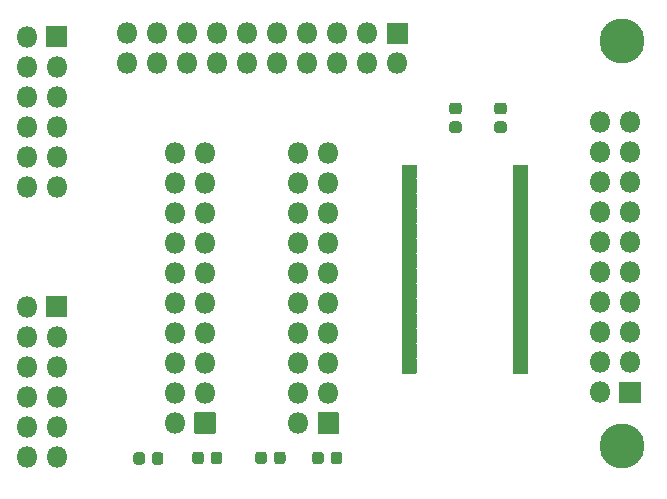
<source format=gbr>
G04 #@! TF.GenerationSoftware,KiCad,Pcbnew,5.1.10*
G04 #@! TF.CreationDate,2021-11-30T15:42:49+01:00*
G04 #@! TF.ProjectId,JTAGMux_1.0,4a544147-4d75-4785-9f31-2e302e6b6963,v1.0.1*
G04 #@! TF.SameCoordinates,Original*
G04 #@! TF.FileFunction,Soldermask,Top*
G04 #@! TF.FilePolarity,Negative*
%FSLAX46Y46*%
G04 Gerber Fmt 4.6, Leading zero omitted, Abs format (unit mm)*
G04 Created by KiCad (PCBNEW 5.1.10) date 2021-11-30 15:42:49*
%MOMM*%
%LPD*%
G01*
G04 APERTURE LIST*
%ADD10O,1.802000X1.802000*%
%ADD11C,3.802000*%
%ADD12C,0.100000*%
G04 APERTURE END LIST*
D10*
X73950000Y-156950000D03*
X76490000Y-156950000D03*
X73950000Y-154410000D03*
X76490000Y-154410000D03*
X73950000Y-151870000D03*
X76490000Y-151870000D03*
X73950000Y-149330000D03*
X76490000Y-149330000D03*
X73950000Y-146790000D03*
X76490000Y-146790000D03*
X73950000Y-144250000D03*
G36*
G01*
X75589000Y-145100000D02*
X75589000Y-143400000D01*
G75*
G02*
X75640000Y-143349000I51000J0D01*
G01*
X77340000Y-143349000D01*
G75*
G02*
X77391000Y-143400000I0J-51000D01*
G01*
X77391000Y-145100000D01*
G75*
G02*
X77340000Y-145151000I-51000J0D01*
G01*
X75640000Y-145151000D01*
G75*
G02*
X75589000Y-145100000I0J51000D01*
G01*
G37*
X73950000Y-134105000D03*
X76490000Y-134105000D03*
X73950000Y-131565000D03*
X76490000Y-131565000D03*
X73950000Y-129025000D03*
X76490000Y-129025000D03*
X73950000Y-126485000D03*
X76490000Y-126485000D03*
X73950000Y-123945000D03*
X76490000Y-123945000D03*
X73950000Y-121405000D03*
G36*
G01*
X75589000Y-122255000D02*
X75589000Y-120555000D01*
G75*
G02*
X75640000Y-120504000I51000J0D01*
G01*
X77340000Y-120504000D01*
G75*
G02*
X77391000Y-120555000I0J-51000D01*
G01*
X77391000Y-122255000D01*
G75*
G02*
X77340000Y-122306000I-51000J0D01*
G01*
X75640000Y-122306000D01*
G75*
G02*
X75589000Y-122255000I0J51000D01*
G01*
G37*
X86510000Y-131240000D03*
X89050000Y-131240000D03*
X86510000Y-133780000D03*
X89050000Y-133780000D03*
X86510000Y-136320000D03*
X89050000Y-136320000D03*
X86510000Y-138860000D03*
X89050000Y-138860000D03*
X86510000Y-141400000D03*
X89050000Y-141400000D03*
X86510000Y-143940000D03*
X89050000Y-143940000D03*
X86510000Y-146480000D03*
X89050000Y-146480000D03*
X86510000Y-149020000D03*
X89050000Y-149020000D03*
X86510000Y-151560000D03*
X89050000Y-151560000D03*
X86510000Y-154100000D03*
G36*
G01*
X89951000Y-153250000D02*
X89951000Y-154950000D01*
G75*
G02*
X89900000Y-155001000I-51000J0D01*
G01*
X88200000Y-155001000D01*
G75*
G02*
X88149000Y-154950000I0J51000D01*
G01*
X88149000Y-153250000D01*
G75*
G02*
X88200000Y-153199000I51000J0D01*
G01*
X89900000Y-153199000D01*
G75*
G02*
X89951000Y-153250000I0J-51000D01*
G01*
G37*
D11*
X124341600Y-121795700D03*
X124341600Y-156047600D03*
G36*
G01*
X99699000Y-157341750D02*
X99699000Y-156778250D01*
G75*
G02*
X99943250Y-156534000I244250J0D01*
G01*
X100431750Y-156534000D01*
G75*
G02*
X100676000Y-156778250I0J-244250D01*
G01*
X100676000Y-157341750D01*
G75*
G02*
X100431750Y-157586000I-244250J0D01*
G01*
X99943250Y-157586000D01*
G75*
G02*
X99699000Y-157341750I0J244250D01*
G01*
G37*
G36*
G01*
X98124000Y-157341750D02*
X98124000Y-156778250D01*
G75*
G02*
X98368250Y-156534000I244250J0D01*
G01*
X98856750Y-156534000D01*
G75*
G02*
X99101000Y-156778250I0J-244250D01*
G01*
X99101000Y-157341750D01*
G75*
G02*
X98856750Y-157586000I-244250J0D01*
G01*
X98368250Y-157586000D01*
G75*
G02*
X98124000Y-157341750I0J244250D01*
G01*
G37*
G36*
G01*
X107001000Y-149472500D02*
X107001000Y-149872500D01*
G75*
G02*
X106950000Y-149923500I-51000J0D01*
G01*
X105750000Y-149923500D01*
G75*
G02*
X105699000Y-149872500I0J51000D01*
G01*
X105699000Y-149472500D01*
G75*
G02*
X105750000Y-149421500I51000J0D01*
G01*
X106950000Y-149421500D01*
G75*
G02*
X107001000Y-149472500I0J-51000D01*
G01*
G37*
G36*
G01*
X107001000Y-148837500D02*
X107001000Y-149237500D01*
G75*
G02*
X106950000Y-149288500I-51000J0D01*
G01*
X105750000Y-149288500D01*
G75*
G02*
X105699000Y-149237500I0J51000D01*
G01*
X105699000Y-148837500D01*
G75*
G02*
X105750000Y-148786500I51000J0D01*
G01*
X106950000Y-148786500D01*
G75*
G02*
X107001000Y-148837500I0J-51000D01*
G01*
G37*
G36*
G01*
X107001000Y-148202500D02*
X107001000Y-148602500D01*
G75*
G02*
X106950000Y-148653500I-51000J0D01*
G01*
X105750000Y-148653500D01*
G75*
G02*
X105699000Y-148602500I0J51000D01*
G01*
X105699000Y-148202500D01*
G75*
G02*
X105750000Y-148151500I51000J0D01*
G01*
X106950000Y-148151500D01*
G75*
G02*
X107001000Y-148202500I0J-51000D01*
G01*
G37*
G36*
G01*
X107001000Y-147567500D02*
X107001000Y-147967500D01*
G75*
G02*
X106950000Y-148018500I-51000J0D01*
G01*
X105750000Y-148018500D01*
G75*
G02*
X105699000Y-147967500I0J51000D01*
G01*
X105699000Y-147567500D01*
G75*
G02*
X105750000Y-147516500I51000J0D01*
G01*
X106950000Y-147516500D01*
G75*
G02*
X107001000Y-147567500I0J-51000D01*
G01*
G37*
G36*
G01*
X107001000Y-146932500D02*
X107001000Y-147332500D01*
G75*
G02*
X106950000Y-147383500I-51000J0D01*
G01*
X105750000Y-147383500D01*
G75*
G02*
X105699000Y-147332500I0J51000D01*
G01*
X105699000Y-146932500D01*
G75*
G02*
X105750000Y-146881500I51000J0D01*
G01*
X106950000Y-146881500D01*
G75*
G02*
X107001000Y-146932500I0J-51000D01*
G01*
G37*
G36*
G01*
X107001000Y-146297500D02*
X107001000Y-146697500D01*
G75*
G02*
X106950000Y-146748500I-51000J0D01*
G01*
X105750000Y-146748500D01*
G75*
G02*
X105699000Y-146697500I0J51000D01*
G01*
X105699000Y-146297500D01*
G75*
G02*
X105750000Y-146246500I51000J0D01*
G01*
X106950000Y-146246500D01*
G75*
G02*
X107001000Y-146297500I0J-51000D01*
G01*
G37*
G36*
G01*
X107001000Y-145662500D02*
X107001000Y-146062500D01*
G75*
G02*
X106950000Y-146113500I-51000J0D01*
G01*
X105750000Y-146113500D01*
G75*
G02*
X105699000Y-146062500I0J51000D01*
G01*
X105699000Y-145662500D01*
G75*
G02*
X105750000Y-145611500I51000J0D01*
G01*
X106950000Y-145611500D01*
G75*
G02*
X107001000Y-145662500I0J-51000D01*
G01*
G37*
G36*
G01*
X107001000Y-145027500D02*
X107001000Y-145427500D01*
G75*
G02*
X106950000Y-145478500I-51000J0D01*
G01*
X105750000Y-145478500D01*
G75*
G02*
X105699000Y-145427500I0J51000D01*
G01*
X105699000Y-145027500D01*
G75*
G02*
X105750000Y-144976500I51000J0D01*
G01*
X106950000Y-144976500D01*
G75*
G02*
X107001000Y-145027500I0J-51000D01*
G01*
G37*
G36*
G01*
X107001000Y-144392500D02*
X107001000Y-144792500D01*
G75*
G02*
X106950000Y-144843500I-51000J0D01*
G01*
X105750000Y-144843500D01*
G75*
G02*
X105699000Y-144792500I0J51000D01*
G01*
X105699000Y-144392500D01*
G75*
G02*
X105750000Y-144341500I51000J0D01*
G01*
X106950000Y-144341500D01*
G75*
G02*
X107001000Y-144392500I0J-51000D01*
G01*
G37*
G36*
G01*
X107001000Y-143757500D02*
X107001000Y-144157500D01*
G75*
G02*
X106950000Y-144208500I-51000J0D01*
G01*
X105750000Y-144208500D01*
G75*
G02*
X105699000Y-144157500I0J51000D01*
G01*
X105699000Y-143757500D01*
G75*
G02*
X105750000Y-143706500I51000J0D01*
G01*
X106950000Y-143706500D01*
G75*
G02*
X107001000Y-143757500I0J-51000D01*
G01*
G37*
G36*
G01*
X107001000Y-143122500D02*
X107001000Y-143522500D01*
G75*
G02*
X106950000Y-143573500I-51000J0D01*
G01*
X105750000Y-143573500D01*
G75*
G02*
X105699000Y-143522500I0J51000D01*
G01*
X105699000Y-143122500D01*
G75*
G02*
X105750000Y-143071500I51000J0D01*
G01*
X106950000Y-143071500D01*
G75*
G02*
X107001000Y-143122500I0J-51000D01*
G01*
G37*
G36*
G01*
X107001000Y-142487500D02*
X107001000Y-142887500D01*
G75*
G02*
X106950000Y-142938500I-51000J0D01*
G01*
X105750000Y-142938500D01*
G75*
G02*
X105699000Y-142887500I0J51000D01*
G01*
X105699000Y-142487500D01*
G75*
G02*
X105750000Y-142436500I51000J0D01*
G01*
X106950000Y-142436500D01*
G75*
G02*
X107001000Y-142487500I0J-51000D01*
G01*
G37*
G36*
G01*
X107001000Y-141852500D02*
X107001000Y-142252500D01*
G75*
G02*
X106950000Y-142303500I-51000J0D01*
G01*
X105750000Y-142303500D01*
G75*
G02*
X105699000Y-142252500I0J51000D01*
G01*
X105699000Y-141852500D01*
G75*
G02*
X105750000Y-141801500I51000J0D01*
G01*
X106950000Y-141801500D01*
G75*
G02*
X107001000Y-141852500I0J-51000D01*
G01*
G37*
G36*
G01*
X107001000Y-141217500D02*
X107001000Y-141617500D01*
G75*
G02*
X106950000Y-141668500I-51000J0D01*
G01*
X105750000Y-141668500D01*
G75*
G02*
X105699000Y-141617500I0J51000D01*
G01*
X105699000Y-141217500D01*
G75*
G02*
X105750000Y-141166500I51000J0D01*
G01*
X106950000Y-141166500D01*
G75*
G02*
X107001000Y-141217500I0J-51000D01*
G01*
G37*
G36*
G01*
X107001000Y-140582500D02*
X107001000Y-140982500D01*
G75*
G02*
X106950000Y-141033500I-51000J0D01*
G01*
X105750000Y-141033500D01*
G75*
G02*
X105699000Y-140982500I0J51000D01*
G01*
X105699000Y-140582500D01*
G75*
G02*
X105750000Y-140531500I51000J0D01*
G01*
X106950000Y-140531500D01*
G75*
G02*
X107001000Y-140582500I0J-51000D01*
G01*
G37*
G36*
G01*
X107001000Y-139947500D02*
X107001000Y-140347500D01*
G75*
G02*
X106950000Y-140398500I-51000J0D01*
G01*
X105750000Y-140398500D01*
G75*
G02*
X105699000Y-140347500I0J51000D01*
G01*
X105699000Y-139947500D01*
G75*
G02*
X105750000Y-139896500I51000J0D01*
G01*
X106950000Y-139896500D01*
G75*
G02*
X107001000Y-139947500I0J-51000D01*
G01*
G37*
G36*
G01*
X107001000Y-139312500D02*
X107001000Y-139712500D01*
G75*
G02*
X106950000Y-139763500I-51000J0D01*
G01*
X105750000Y-139763500D01*
G75*
G02*
X105699000Y-139712500I0J51000D01*
G01*
X105699000Y-139312500D01*
G75*
G02*
X105750000Y-139261500I51000J0D01*
G01*
X106950000Y-139261500D01*
G75*
G02*
X107001000Y-139312500I0J-51000D01*
G01*
G37*
G36*
G01*
X107001000Y-138677500D02*
X107001000Y-139077500D01*
G75*
G02*
X106950000Y-139128500I-51000J0D01*
G01*
X105750000Y-139128500D01*
G75*
G02*
X105699000Y-139077500I0J51000D01*
G01*
X105699000Y-138677500D01*
G75*
G02*
X105750000Y-138626500I51000J0D01*
G01*
X106950000Y-138626500D01*
G75*
G02*
X107001000Y-138677500I0J-51000D01*
G01*
G37*
G36*
G01*
X107001000Y-138042500D02*
X107001000Y-138442500D01*
G75*
G02*
X106950000Y-138493500I-51000J0D01*
G01*
X105750000Y-138493500D01*
G75*
G02*
X105699000Y-138442500I0J51000D01*
G01*
X105699000Y-138042500D01*
G75*
G02*
X105750000Y-137991500I51000J0D01*
G01*
X106950000Y-137991500D01*
G75*
G02*
X107001000Y-138042500I0J-51000D01*
G01*
G37*
G36*
G01*
X107001000Y-137407500D02*
X107001000Y-137807500D01*
G75*
G02*
X106950000Y-137858500I-51000J0D01*
G01*
X105750000Y-137858500D01*
G75*
G02*
X105699000Y-137807500I0J51000D01*
G01*
X105699000Y-137407500D01*
G75*
G02*
X105750000Y-137356500I51000J0D01*
G01*
X106950000Y-137356500D01*
G75*
G02*
X107001000Y-137407500I0J-51000D01*
G01*
G37*
G36*
G01*
X107001000Y-136772500D02*
X107001000Y-137172500D01*
G75*
G02*
X106950000Y-137223500I-51000J0D01*
G01*
X105750000Y-137223500D01*
G75*
G02*
X105699000Y-137172500I0J51000D01*
G01*
X105699000Y-136772500D01*
G75*
G02*
X105750000Y-136721500I51000J0D01*
G01*
X106950000Y-136721500D01*
G75*
G02*
X107001000Y-136772500I0J-51000D01*
G01*
G37*
G36*
G01*
X107001000Y-136137500D02*
X107001000Y-136537500D01*
G75*
G02*
X106950000Y-136588500I-51000J0D01*
G01*
X105750000Y-136588500D01*
G75*
G02*
X105699000Y-136537500I0J51000D01*
G01*
X105699000Y-136137500D01*
G75*
G02*
X105750000Y-136086500I51000J0D01*
G01*
X106950000Y-136086500D01*
G75*
G02*
X107001000Y-136137500I0J-51000D01*
G01*
G37*
G36*
G01*
X107001000Y-135502500D02*
X107001000Y-135902500D01*
G75*
G02*
X106950000Y-135953500I-51000J0D01*
G01*
X105750000Y-135953500D01*
G75*
G02*
X105699000Y-135902500I0J51000D01*
G01*
X105699000Y-135502500D01*
G75*
G02*
X105750000Y-135451500I51000J0D01*
G01*
X106950000Y-135451500D01*
G75*
G02*
X107001000Y-135502500I0J-51000D01*
G01*
G37*
G36*
G01*
X107001000Y-134867500D02*
X107001000Y-135267500D01*
G75*
G02*
X106950000Y-135318500I-51000J0D01*
G01*
X105750000Y-135318500D01*
G75*
G02*
X105699000Y-135267500I0J51000D01*
G01*
X105699000Y-134867500D01*
G75*
G02*
X105750000Y-134816500I51000J0D01*
G01*
X106950000Y-134816500D01*
G75*
G02*
X107001000Y-134867500I0J-51000D01*
G01*
G37*
G36*
G01*
X107001000Y-134232500D02*
X107001000Y-134632500D01*
G75*
G02*
X106950000Y-134683500I-51000J0D01*
G01*
X105750000Y-134683500D01*
G75*
G02*
X105699000Y-134632500I0J51000D01*
G01*
X105699000Y-134232500D01*
G75*
G02*
X105750000Y-134181500I51000J0D01*
G01*
X106950000Y-134181500D01*
G75*
G02*
X107001000Y-134232500I0J-51000D01*
G01*
G37*
G36*
G01*
X107001000Y-133597500D02*
X107001000Y-133997500D01*
G75*
G02*
X106950000Y-134048500I-51000J0D01*
G01*
X105750000Y-134048500D01*
G75*
G02*
X105699000Y-133997500I0J51000D01*
G01*
X105699000Y-133597500D01*
G75*
G02*
X105750000Y-133546500I51000J0D01*
G01*
X106950000Y-133546500D01*
G75*
G02*
X107001000Y-133597500I0J-51000D01*
G01*
G37*
G36*
G01*
X107001000Y-132962500D02*
X107001000Y-133362500D01*
G75*
G02*
X106950000Y-133413500I-51000J0D01*
G01*
X105750000Y-133413500D01*
G75*
G02*
X105699000Y-133362500I0J51000D01*
G01*
X105699000Y-132962500D01*
G75*
G02*
X105750000Y-132911500I51000J0D01*
G01*
X106950000Y-132911500D01*
G75*
G02*
X107001000Y-132962500I0J-51000D01*
G01*
G37*
G36*
G01*
X107001000Y-132327500D02*
X107001000Y-132727500D01*
G75*
G02*
X106950000Y-132778500I-51000J0D01*
G01*
X105750000Y-132778500D01*
G75*
G02*
X105699000Y-132727500I0J51000D01*
G01*
X105699000Y-132327500D01*
G75*
G02*
X105750000Y-132276500I51000J0D01*
G01*
X106950000Y-132276500D01*
G75*
G02*
X107001000Y-132327500I0J-51000D01*
G01*
G37*
G36*
G01*
X116401000Y-132327500D02*
X116401000Y-132727500D01*
G75*
G02*
X116350000Y-132778500I-51000J0D01*
G01*
X115150000Y-132778500D01*
G75*
G02*
X115099000Y-132727500I0J51000D01*
G01*
X115099000Y-132327500D01*
G75*
G02*
X115150000Y-132276500I51000J0D01*
G01*
X116350000Y-132276500D01*
G75*
G02*
X116401000Y-132327500I0J-51000D01*
G01*
G37*
G36*
G01*
X116401000Y-132962500D02*
X116401000Y-133362500D01*
G75*
G02*
X116350000Y-133413500I-51000J0D01*
G01*
X115150000Y-133413500D01*
G75*
G02*
X115099000Y-133362500I0J51000D01*
G01*
X115099000Y-132962500D01*
G75*
G02*
X115150000Y-132911500I51000J0D01*
G01*
X116350000Y-132911500D01*
G75*
G02*
X116401000Y-132962500I0J-51000D01*
G01*
G37*
G36*
G01*
X116401000Y-133597500D02*
X116401000Y-133997500D01*
G75*
G02*
X116350000Y-134048500I-51000J0D01*
G01*
X115150000Y-134048500D01*
G75*
G02*
X115099000Y-133997500I0J51000D01*
G01*
X115099000Y-133597500D01*
G75*
G02*
X115150000Y-133546500I51000J0D01*
G01*
X116350000Y-133546500D01*
G75*
G02*
X116401000Y-133597500I0J-51000D01*
G01*
G37*
G36*
G01*
X116401000Y-134232500D02*
X116401000Y-134632500D01*
G75*
G02*
X116350000Y-134683500I-51000J0D01*
G01*
X115150000Y-134683500D01*
G75*
G02*
X115099000Y-134632500I0J51000D01*
G01*
X115099000Y-134232500D01*
G75*
G02*
X115150000Y-134181500I51000J0D01*
G01*
X116350000Y-134181500D01*
G75*
G02*
X116401000Y-134232500I0J-51000D01*
G01*
G37*
G36*
G01*
X116401000Y-134867500D02*
X116401000Y-135267500D01*
G75*
G02*
X116350000Y-135318500I-51000J0D01*
G01*
X115150000Y-135318500D01*
G75*
G02*
X115099000Y-135267500I0J51000D01*
G01*
X115099000Y-134867500D01*
G75*
G02*
X115150000Y-134816500I51000J0D01*
G01*
X116350000Y-134816500D01*
G75*
G02*
X116401000Y-134867500I0J-51000D01*
G01*
G37*
G36*
G01*
X116401000Y-135502500D02*
X116401000Y-135902500D01*
G75*
G02*
X116350000Y-135953500I-51000J0D01*
G01*
X115150000Y-135953500D01*
G75*
G02*
X115099000Y-135902500I0J51000D01*
G01*
X115099000Y-135502500D01*
G75*
G02*
X115150000Y-135451500I51000J0D01*
G01*
X116350000Y-135451500D01*
G75*
G02*
X116401000Y-135502500I0J-51000D01*
G01*
G37*
G36*
G01*
X116401000Y-136137500D02*
X116401000Y-136537500D01*
G75*
G02*
X116350000Y-136588500I-51000J0D01*
G01*
X115150000Y-136588500D01*
G75*
G02*
X115099000Y-136537500I0J51000D01*
G01*
X115099000Y-136137500D01*
G75*
G02*
X115150000Y-136086500I51000J0D01*
G01*
X116350000Y-136086500D01*
G75*
G02*
X116401000Y-136137500I0J-51000D01*
G01*
G37*
G36*
G01*
X116401000Y-136772500D02*
X116401000Y-137172500D01*
G75*
G02*
X116350000Y-137223500I-51000J0D01*
G01*
X115150000Y-137223500D01*
G75*
G02*
X115099000Y-137172500I0J51000D01*
G01*
X115099000Y-136772500D01*
G75*
G02*
X115150000Y-136721500I51000J0D01*
G01*
X116350000Y-136721500D01*
G75*
G02*
X116401000Y-136772500I0J-51000D01*
G01*
G37*
G36*
G01*
X116401000Y-137407500D02*
X116401000Y-137807500D01*
G75*
G02*
X116350000Y-137858500I-51000J0D01*
G01*
X115150000Y-137858500D01*
G75*
G02*
X115099000Y-137807500I0J51000D01*
G01*
X115099000Y-137407500D01*
G75*
G02*
X115150000Y-137356500I51000J0D01*
G01*
X116350000Y-137356500D01*
G75*
G02*
X116401000Y-137407500I0J-51000D01*
G01*
G37*
G36*
G01*
X116401000Y-138042500D02*
X116401000Y-138442500D01*
G75*
G02*
X116350000Y-138493500I-51000J0D01*
G01*
X115150000Y-138493500D01*
G75*
G02*
X115099000Y-138442500I0J51000D01*
G01*
X115099000Y-138042500D01*
G75*
G02*
X115150000Y-137991500I51000J0D01*
G01*
X116350000Y-137991500D01*
G75*
G02*
X116401000Y-138042500I0J-51000D01*
G01*
G37*
G36*
G01*
X116401000Y-138677500D02*
X116401000Y-139077500D01*
G75*
G02*
X116350000Y-139128500I-51000J0D01*
G01*
X115150000Y-139128500D01*
G75*
G02*
X115099000Y-139077500I0J51000D01*
G01*
X115099000Y-138677500D01*
G75*
G02*
X115150000Y-138626500I51000J0D01*
G01*
X116350000Y-138626500D01*
G75*
G02*
X116401000Y-138677500I0J-51000D01*
G01*
G37*
G36*
G01*
X116401000Y-139312500D02*
X116401000Y-139712500D01*
G75*
G02*
X116350000Y-139763500I-51000J0D01*
G01*
X115150000Y-139763500D01*
G75*
G02*
X115099000Y-139712500I0J51000D01*
G01*
X115099000Y-139312500D01*
G75*
G02*
X115150000Y-139261500I51000J0D01*
G01*
X116350000Y-139261500D01*
G75*
G02*
X116401000Y-139312500I0J-51000D01*
G01*
G37*
G36*
G01*
X116401000Y-139947500D02*
X116401000Y-140347500D01*
G75*
G02*
X116350000Y-140398500I-51000J0D01*
G01*
X115150000Y-140398500D01*
G75*
G02*
X115099000Y-140347500I0J51000D01*
G01*
X115099000Y-139947500D01*
G75*
G02*
X115150000Y-139896500I51000J0D01*
G01*
X116350000Y-139896500D01*
G75*
G02*
X116401000Y-139947500I0J-51000D01*
G01*
G37*
G36*
G01*
X116401000Y-140582500D02*
X116401000Y-140982500D01*
G75*
G02*
X116350000Y-141033500I-51000J0D01*
G01*
X115150000Y-141033500D01*
G75*
G02*
X115099000Y-140982500I0J51000D01*
G01*
X115099000Y-140582500D01*
G75*
G02*
X115150000Y-140531500I51000J0D01*
G01*
X116350000Y-140531500D01*
G75*
G02*
X116401000Y-140582500I0J-51000D01*
G01*
G37*
G36*
G01*
X116401000Y-141217500D02*
X116401000Y-141617500D01*
G75*
G02*
X116350000Y-141668500I-51000J0D01*
G01*
X115150000Y-141668500D01*
G75*
G02*
X115099000Y-141617500I0J51000D01*
G01*
X115099000Y-141217500D01*
G75*
G02*
X115150000Y-141166500I51000J0D01*
G01*
X116350000Y-141166500D01*
G75*
G02*
X116401000Y-141217500I0J-51000D01*
G01*
G37*
G36*
G01*
X116401000Y-141852500D02*
X116401000Y-142252500D01*
G75*
G02*
X116350000Y-142303500I-51000J0D01*
G01*
X115150000Y-142303500D01*
G75*
G02*
X115099000Y-142252500I0J51000D01*
G01*
X115099000Y-141852500D01*
G75*
G02*
X115150000Y-141801500I51000J0D01*
G01*
X116350000Y-141801500D01*
G75*
G02*
X116401000Y-141852500I0J-51000D01*
G01*
G37*
G36*
G01*
X116401000Y-142487500D02*
X116401000Y-142887500D01*
G75*
G02*
X116350000Y-142938500I-51000J0D01*
G01*
X115150000Y-142938500D01*
G75*
G02*
X115099000Y-142887500I0J51000D01*
G01*
X115099000Y-142487500D01*
G75*
G02*
X115150000Y-142436500I51000J0D01*
G01*
X116350000Y-142436500D01*
G75*
G02*
X116401000Y-142487500I0J-51000D01*
G01*
G37*
G36*
G01*
X116401000Y-143122500D02*
X116401000Y-143522500D01*
G75*
G02*
X116350000Y-143573500I-51000J0D01*
G01*
X115150000Y-143573500D01*
G75*
G02*
X115099000Y-143522500I0J51000D01*
G01*
X115099000Y-143122500D01*
G75*
G02*
X115150000Y-143071500I51000J0D01*
G01*
X116350000Y-143071500D01*
G75*
G02*
X116401000Y-143122500I0J-51000D01*
G01*
G37*
G36*
G01*
X116401000Y-143757500D02*
X116401000Y-144157500D01*
G75*
G02*
X116350000Y-144208500I-51000J0D01*
G01*
X115150000Y-144208500D01*
G75*
G02*
X115099000Y-144157500I0J51000D01*
G01*
X115099000Y-143757500D01*
G75*
G02*
X115150000Y-143706500I51000J0D01*
G01*
X116350000Y-143706500D01*
G75*
G02*
X116401000Y-143757500I0J-51000D01*
G01*
G37*
G36*
G01*
X116401000Y-144392500D02*
X116401000Y-144792500D01*
G75*
G02*
X116350000Y-144843500I-51000J0D01*
G01*
X115150000Y-144843500D01*
G75*
G02*
X115099000Y-144792500I0J51000D01*
G01*
X115099000Y-144392500D01*
G75*
G02*
X115150000Y-144341500I51000J0D01*
G01*
X116350000Y-144341500D01*
G75*
G02*
X116401000Y-144392500I0J-51000D01*
G01*
G37*
G36*
G01*
X116401000Y-145027500D02*
X116401000Y-145427500D01*
G75*
G02*
X116350000Y-145478500I-51000J0D01*
G01*
X115150000Y-145478500D01*
G75*
G02*
X115099000Y-145427500I0J51000D01*
G01*
X115099000Y-145027500D01*
G75*
G02*
X115150000Y-144976500I51000J0D01*
G01*
X116350000Y-144976500D01*
G75*
G02*
X116401000Y-145027500I0J-51000D01*
G01*
G37*
G36*
G01*
X116401000Y-145662500D02*
X116401000Y-146062500D01*
G75*
G02*
X116350000Y-146113500I-51000J0D01*
G01*
X115150000Y-146113500D01*
G75*
G02*
X115099000Y-146062500I0J51000D01*
G01*
X115099000Y-145662500D01*
G75*
G02*
X115150000Y-145611500I51000J0D01*
G01*
X116350000Y-145611500D01*
G75*
G02*
X116401000Y-145662500I0J-51000D01*
G01*
G37*
G36*
G01*
X116401000Y-146297500D02*
X116401000Y-146697500D01*
G75*
G02*
X116350000Y-146748500I-51000J0D01*
G01*
X115150000Y-146748500D01*
G75*
G02*
X115099000Y-146697500I0J51000D01*
G01*
X115099000Y-146297500D01*
G75*
G02*
X115150000Y-146246500I51000J0D01*
G01*
X116350000Y-146246500D01*
G75*
G02*
X116401000Y-146297500I0J-51000D01*
G01*
G37*
G36*
G01*
X116401000Y-146932500D02*
X116401000Y-147332500D01*
G75*
G02*
X116350000Y-147383500I-51000J0D01*
G01*
X115150000Y-147383500D01*
G75*
G02*
X115099000Y-147332500I0J51000D01*
G01*
X115099000Y-146932500D01*
G75*
G02*
X115150000Y-146881500I51000J0D01*
G01*
X116350000Y-146881500D01*
G75*
G02*
X116401000Y-146932500I0J-51000D01*
G01*
G37*
G36*
G01*
X116401000Y-147567500D02*
X116401000Y-147967500D01*
G75*
G02*
X116350000Y-148018500I-51000J0D01*
G01*
X115150000Y-148018500D01*
G75*
G02*
X115099000Y-147967500I0J51000D01*
G01*
X115099000Y-147567500D01*
G75*
G02*
X115150000Y-147516500I51000J0D01*
G01*
X116350000Y-147516500D01*
G75*
G02*
X116401000Y-147567500I0J-51000D01*
G01*
G37*
G36*
G01*
X116401000Y-148202500D02*
X116401000Y-148602500D01*
G75*
G02*
X116350000Y-148653500I-51000J0D01*
G01*
X115150000Y-148653500D01*
G75*
G02*
X115099000Y-148602500I0J51000D01*
G01*
X115099000Y-148202500D01*
G75*
G02*
X115150000Y-148151500I51000J0D01*
G01*
X116350000Y-148151500D01*
G75*
G02*
X116401000Y-148202500I0J-51000D01*
G01*
G37*
G36*
G01*
X116401000Y-148837500D02*
X116401000Y-149237500D01*
G75*
G02*
X116350000Y-149288500I-51000J0D01*
G01*
X115150000Y-149288500D01*
G75*
G02*
X115099000Y-149237500I0J51000D01*
G01*
X115099000Y-148837500D01*
G75*
G02*
X115150000Y-148786500I51000J0D01*
G01*
X116350000Y-148786500D01*
G75*
G02*
X116401000Y-148837500I0J-51000D01*
G01*
G37*
G36*
G01*
X116401000Y-149472500D02*
X116401000Y-149872500D01*
G75*
G02*
X116350000Y-149923500I-51000J0D01*
G01*
X115150000Y-149923500D01*
G75*
G02*
X115099000Y-149872500I0J51000D01*
G01*
X115099000Y-149472500D01*
G75*
G02*
X115150000Y-149421500I51000J0D01*
G01*
X116350000Y-149421500D01*
G75*
G02*
X116401000Y-149472500I0J-51000D01*
G01*
G37*
G36*
G01*
X94301000Y-156768250D02*
X94301000Y-157331750D01*
G75*
G02*
X94056750Y-157576000I-244250J0D01*
G01*
X93568250Y-157576000D01*
G75*
G02*
X93324000Y-157331750I0J244250D01*
G01*
X93324000Y-156768250D01*
G75*
G02*
X93568250Y-156524000I244250J0D01*
G01*
X94056750Y-156524000D01*
G75*
G02*
X94301000Y-156768250I0J-244250D01*
G01*
G37*
G36*
G01*
X95876000Y-156768250D02*
X95876000Y-157331750D01*
G75*
G02*
X95631750Y-157576000I-244250J0D01*
G01*
X95143250Y-157576000D01*
G75*
G02*
X94899000Y-157331750I0J244250D01*
G01*
X94899000Y-156768250D01*
G75*
G02*
X95143250Y-156524000I244250J0D01*
G01*
X95631750Y-156524000D01*
G75*
G02*
X95876000Y-156768250I0J-244250D01*
G01*
G37*
G36*
G01*
X83963500Y-156818250D02*
X83963500Y-157381750D01*
G75*
G02*
X83719250Y-157626000I-244250J0D01*
G01*
X83230750Y-157626000D01*
G75*
G02*
X82986500Y-157381750I0J244250D01*
G01*
X82986500Y-156818250D01*
G75*
G02*
X83230750Y-156574000I244250J0D01*
G01*
X83719250Y-156574000D01*
G75*
G02*
X83963500Y-156818250I0J-244250D01*
G01*
G37*
G36*
G01*
X85538500Y-156818250D02*
X85538500Y-157381750D01*
G75*
G02*
X85294250Y-157626000I-244250J0D01*
G01*
X84805750Y-157626000D01*
G75*
G02*
X84561500Y-157381750I0J244250D01*
G01*
X84561500Y-156818250D01*
G75*
G02*
X84805750Y-156574000I244250J0D01*
G01*
X85294250Y-156574000D01*
G75*
G02*
X85538500Y-156818250I0J-244250D01*
G01*
G37*
D10*
X122510000Y-128650000D03*
X125050000Y-128650000D03*
X122510000Y-131190000D03*
X125050000Y-131190000D03*
X122510000Y-133730000D03*
X125050000Y-133730000D03*
X122510000Y-136270000D03*
X125050000Y-136270000D03*
X122510000Y-138810000D03*
X125050000Y-138810000D03*
X122510000Y-141350000D03*
X125050000Y-141350000D03*
X122510000Y-143890000D03*
X125050000Y-143890000D03*
X122510000Y-146430000D03*
X125050000Y-146430000D03*
X122510000Y-148970000D03*
X125050000Y-148970000D03*
X122510000Y-151510000D03*
G36*
G01*
X125951000Y-150660000D02*
X125951000Y-152360000D01*
G75*
G02*
X125900000Y-152411000I-51000J0D01*
G01*
X124200000Y-152411000D01*
G75*
G02*
X124149000Y-152360000I0J51000D01*
G01*
X124149000Y-150660000D01*
G75*
G02*
X124200000Y-150609000I51000J0D01*
G01*
X125900000Y-150609000D01*
G75*
G02*
X125951000Y-150660000I0J-51000D01*
G01*
G37*
X96960000Y-131240000D03*
X99500000Y-131240000D03*
X96960000Y-133780000D03*
X99500000Y-133780000D03*
X96960000Y-136320000D03*
X99500000Y-136320000D03*
X96960000Y-138860000D03*
X99500000Y-138860000D03*
X96960000Y-141400000D03*
X99500000Y-141400000D03*
X96960000Y-143940000D03*
X99500000Y-143940000D03*
X96960000Y-146480000D03*
X99500000Y-146480000D03*
X96960000Y-149020000D03*
X99500000Y-149020000D03*
X96960000Y-151560000D03*
X99500000Y-151560000D03*
X96960000Y-154100000D03*
G36*
G01*
X100401000Y-153250000D02*
X100401000Y-154950000D01*
G75*
G02*
X100350000Y-155001000I-51000J0D01*
G01*
X98650000Y-155001000D01*
G75*
G02*
X98599000Y-154950000I0J51000D01*
G01*
X98599000Y-153250000D01*
G75*
G02*
X98650000Y-153199000I51000J0D01*
G01*
X100350000Y-153199000D01*
G75*
G02*
X100401000Y-153250000I0J-51000D01*
G01*
G37*
X82490000Y-123640000D03*
X82490000Y-121100000D03*
X85030000Y-123640000D03*
X85030000Y-121100000D03*
X87570000Y-123640000D03*
X87570000Y-121100000D03*
X90110000Y-123640000D03*
X90110000Y-121100000D03*
X92650000Y-123640000D03*
X92650000Y-121100000D03*
X95190000Y-123640000D03*
X95190000Y-121100000D03*
X97730000Y-123640000D03*
X97730000Y-121100000D03*
X100270000Y-123640000D03*
X100270000Y-121100000D03*
X102810000Y-123640000D03*
X102810000Y-121100000D03*
X105350000Y-123640000D03*
G36*
G01*
X104500000Y-120199000D02*
X106200000Y-120199000D01*
G75*
G02*
X106251000Y-120250000I0J-51000D01*
G01*
X106251000Y-121950000D01*
G75*
G02*
X106200000Y-122001000I-51000J0D01*
G01*
X104500000Y-122001000D01*
G75*
G02*
X104449000Y-121950000I0J51000D01*
G01*
X104449000Y-120250000D01*
G75*
G02*
X104500000Y-120199000I51000J0D01*
G01*
G37*
G36*
G01*
X89561500Y-157341750D02*
X89561500Y-156778250D01*
G75*
G02*
X89805750Y-156534000I244250J0D01*
G01*
X90294250Y-156534000D01*
G75*
G02*
X90538500Y-156778250I0J-244250D01*
G01*
X90538500Y-157341750D01*
G75*
G02*
X90294250Y-157586000I-244250J0D01*
G01*
X89805750Y-157586000D01*
G75*
G02*
X89561500Y-157341750I0J244250D01*
G01*
G37*
G36*
G01*
X87986500Y-157341750D02*
X87986500Y-156778250D01*
G75*
G02*
X88230750Y-156534000I244250J0D01*
G01*
X88719250Y-156534000D01*
G75*
G02*
X88963500Y-156778250I0J-244250D01*
G01*
X88963500Y-157341750D01*
G75*
G02*
X88719250Y-157586000I-244250J0D01*
G01*
X88230750Y-157586000D01*
G75*
G02*
X87986500Y-157341750I0J244250D01*
G01*
G37*
G36*
G01*
X114361750Y-127961000D02*
X113798250Y-127961000D01*
G75*
G02*
X113554000Y-127716750I0J244250D01*
G01*
X113554000Y-127228250D01*
G75*
G02*
X113798250Y-126984000I244250J0D01*
G01*
X114361750Y-126984000D01*
G75*
G02*
X114606000Y-127228250I0J-244250D01*
G01*
X114606000Y-127716750D01*
G75*
G02*
X114361750Y-127961000I-244250J0D01*
G01*
G37*
G36*
G01*
X114361750Y-129536000D02*
X113798250Y-129536000D01*
G75*
G02*
X113554000Y-129291750I0J244250D01*
G01*
X113554000Y-128803250D01*
G75*
G02*
X113798250Y-128559000I244250J0D01*
G01*
X114361750Y-128559000D01*
G75*
G02*
X114606000Y-128803250I0J-244250D01*
G01*
X114606000Y-129291750D01*
G75*
G02*
X114361750Y-129536000I-244250J0D01*
G01*
G37*
G36*
G01*
X110551750Y-127961000D02*
X109988250Y-127961000D01*
G75*
G02*
X109744000Y-127716750I0J244250D01*
G01*
X109744000Y-127228250D01*
G75*
G02*
X109988250Y-126984000I244250J0D01*
G01*
X110551750Y-126984000D01*
G75*
G02*
X110796000Y-127228250I0J-244250D01*
G01*
X110796000Y-127716750D01*
G75*
G02*
X110551750Y-127961000I-244250J0D01*
G01*
G37*
G36*
G01*
X110551750Y-129536000D02*
X109988250Y-129536000D01*
G75*
G02*
X109744000Y-129291750I0J244250D01*
G01*
X109744000Y-128803250D01*
G75*
G02*
X109988250Y-128559000I244250J0D01*
G01*
X110551750Y-128559000D01*
G75*
G02*
X110796000Y-128803250I0J-244250D01*
G01*
X110796000Y-129291750D01*
G75*
G02*
X110551750Y-129536000I-244250J0D01*
G01*
G37*
D12*
G36*
X107002732Y-149287500D02*
G01*
X107003000Y-149288500D01*
X107003000Y-149421500D01*
X107002000Y-149423232D01*
X107001000Y-149423500D01*
X105699000Y-149423500D01*
X105697268Y-149422500D01*
X105697000Y-149421500D01*
X105697000Y-149288500D01*
X105698000Y-149286768D01*
X105699000Y-149286500D01*
X107001000Y-149286500D01*
X107002732Y-149287500D01*
G37*
G36*
X116402732Y-149287500D02*
G01*
X116403000Y-149288500D01*
X116403000Y-149421500D01*
X116402000Y-149423232D01*
X116401000Y-149423500D01*
X115099000Y-149423500D01*
X115097268Y-149422500D01*
X115097000Y-149421500D01*
X115097000Y-149288500D01*
X115098000Y-149286768D01*
X115099000Y-149286500D01*
X116401000Y-149286500D01*
X116402732Y-149287500D01*
G37*
G36*
X116402732Y-148652500D02*
G01*
X116403000Y-148653500D01*
X116403000Y-148786500D01*
X116402000Y-148788232D01*
X116401000Y-148788500D01*
X115099000Y-148788500D01*
X115097268Y-148787500D01*
X115097000Y-148786500D01*
X115097000Y-148653500D01*
X115098000Y-148651768D01*
X115099000Y-148651500D01*
X116401000Y-148651500D01*
X116402732Y-148652500D01*
G37*
G36*
X107002732Y-148652500D02*
G01*
X107003000Y-148653500D01*
X107003000Y-148786500D01*
X107002000Y-148788232D01*
X107001000Y-148788500D01*
X105699000Y-148788500D01*
X105697268Y-148787500D01*
X105697000Y-148786500D01*
X105697000Y-148653500D01*
X105698000Y-148651768D01*
X105699000Y-148651500D01*
X107001000Y-148651500D01*
X107002732Y-148652500D01*
G37*
G36*
X116402732Y-148017500D02*
G01*
X116403000Y-148018500D01*
X116403000Y-148151500D01*
X116402000Y-148153232D01*
X116401000Y-148153500D01*
X115099000Y-148153500D01*
X115097268Y-148152500D01*
X115097000Y-148151500D01*
X115097000Y-148018500D01*
X115098000Y-148016768D01*
X115099000Y-148016500D01*
X116401000Y-148016500D01*
X116402732Y-148017500D01*
G37*
G36*
X107002732Y-148017500D02*
G01*
X107003000Y-148018500D01*
X107003000Y-148151500D01*
X107002000Y-148153232D01*
X107001000Y-148153500D01*
X105699000Y-148153500D01*
X105697268Y-148152500D01*
X105697000Y-148151500D01*
X105697000Y-148018500D01*
X105698000Y-148016768D01*
X105699000Y-148016500D01*
X107001000Y-148016500D01*
X107002732Y-148017500D01*
G37*
G36*
X116402732Y-147382500D02*
G01*
X116403000Y-147383500D01*
X116403000Y-147516500D01*
X116402000Y-147518232D01*
X116401000Y-147518500D01*
X115099000Y-147518500D01*
X115097268Y-147517500D01*
X115097000Y-147516500D01*
X115097000Y-147383500D01*
X115098000Y-147381768D01*
X115099000Y-147381500D01*
X116401000Y-147381500D01*
X116402732Y-147382500D01*
G37*
G36*
X107002732Y-147382500D02*
G01*
X107003000Y-147383500D01*
X107003000Y-147516500D01*
X107002000Y-147518232D01*
X107001000Y-147518500D01*
X105699000Y-147518500D01*
X105697268Y-147517500D01*
X105697000Y-147516500D01*
X105697000Y-147383500D01*
X105698000Y-147381768D01*
X105699000Y-147381500D01*
X107001000Y-147381500D01*
X107002732Y-147382500D01*
G37*
G36*
X116402732Y-146747500D02*
G01*
X116403000Y-146748500D01*
X116403000Y-146881500D01*
X116402000Y-146883232D01*
X116401000Y-146883500D01*
X115099000Y-146883500D01*
X115097268Y-146882500D01*
X115097000Y-146881500D01*
X115097000Y-146748500D01*
X115098000Y-146746768D01*
X115099000Y-146746500D01*
X116401000Y-146746500D01*
X116402732Y-146747500D01*
G37*
G36*
X107002732Y-146747500D02*
G01*
X107003000Y-146748500D01*
X107003000Y-146881500D01*
X107002000Y-146883232D01*
X107001000Y-146883500D01*
X105699000Y-146883500D01*
X105697268Y-146882500D01*
X105697000Y-146881500D01*
X105697000Y-146748500D01*
X105698000Y-146746768D01*
X105699000Y-146746500D01*
X107001000Y-146746500D01*
X107002732Y-146747500D01*
G37*
G36*
X116402732Y-146112500D02*
G01*
X116403000Y-146113500D01*
X116403000Y-146246500D01*
X116402000Y-146248232D01*
X116401000Y-146248500D01*
X115099000Y-146248500D01*
X115097268Y-146247500D01*
X115097000Y-146246500D01*
X115097000Y-146113500D01*
X115098000Y-146111768D01*
X115099000Y-146111500D01*
X116401000Y-146111500D01*
X116402732Y-146112500D01*
G37*
G36*
X107002732Y-146112500D02*
G01*
X107003000Y-146113500D01*
X107003000Y-146246500D01*
X107002000Y-146248232D01*
X107001000Y-146248500D01*
X105699000Y-146248500D01*
X105697268Y-146247500D01*
X105697000Y-146246500D01*
X105697000Y-146113500D01*
X105698000Y-146111768D01*
X105699000Y-146111500D01*
X107001000Y-146111500D01*
X107002732Y-146112500D01*
G37*
G36*
X116402732Y-145477500D02*
G01*
X116403000Y-145478500D01*
X116403000Y-145611500D01*
X116402000Y-145613232D01*
X116401000Y-145613500D01*
X115099000Y-145613500D01*
X115097268Y-145612500D01*
X115097000Y-145611500D01*
X115097000Y-145478500D01*
X115098000Y-145476768D01*
X115099000Y-145476500D01*
X116401000Y-145476500D01*
X116402732Y-145477500D01*
G37*
G36*
X107002732Y-145477500D02*
G01*
X107003000Y-145478500D01*
X107003000Y-145611500D01*
X107002000Y-145613232D01*
X107001000Y-145613500D01*
X105699000Y-145613500D01*
X105697268Y-145612500D01*
X105697000Y-145611500D01*
X105697000Y-145478500D01*
X105698000Y-145476768D01*
X105699000Y-145476500D01*
X107001000Y-145476500D01*
X107002732Y-145477500D01*
G37*
G36*
X107002732Y-144842500D02*
G01*
X107003000Y-144843500D01*
X107003000Y-144976500D01*
X107002000Y-144978232D01*
X107001000Y-144978500D01*
X105699000Y-144978500D01*
X105697268Y-144977500D01*
X105697000Y-144976500D01*
X105697000Y-144843500D01*
X105698000Y-144841768D01*
X105699000Y-144841500D01*
X107001000Y-144841500D01*
X107002732Y-144842500D01*
G37*
G36*
X116402732Y-144842500D02*
G01*
X116403000Y-144843500D01*
X116403000Y-144976500D01*
X116402000Y-144978232D01*
X116401000Y-144978500D01*
X115099000Y-144978500D01*
X115097268Y-144977500D01*
X115097000Y-144976500D01*
X115097000Y-144843500D01*
X115098000Y-144841768D01*
X115099000Y-144841500D01*
X116401000Y-144841500D01*
X116402732Y-144842500D01*
G37*
G36*
X107002732Y-144207500D02*
G01*
X107003000Y-144208500D01*
X107003000Y-144341500D01*
X107002000Y-144343232D01*
X107001000Y-144343500D01*
X105699000Y-144343500D01*
X105697268Y-144342500D01*
X105697000Y-144341500D01*
X105697000Y-144208500D01*
X105698000Y-144206768D01*
X105699000Y-144206500D01*
X107001000Y-144206500D01*
X107002732Y-144207500D01*
G37*
G36*
X116402732Y-144207500D02*
G01*
X116403000Y-144208500D01*
X116403000Y-144341500D01*
X116402000Y-144343232D01*
X116401000Y-144343500D01*
X115099000Y-144343500D01*
X115097268Y-144342500D01*
X115097000Y-144341500D01*
X115097000Y-144208500D01*
X115098000Y-144206768D01*
X115099000Y-144206500D01*
X116401000Y-144206500D01*
X116402732Y-144207500D01*
G37*
G36*
X116402732Y-143572500D02*
G01*
X116403000Y-143573500D01*
X116403000Y-143706500D01*
X116402000Y-143708232D01*
X116401000Y-143708500D01*
X115099000Y-143708500D01*
X115097268Y-143707500D01*
X115097000Y-143706500D01*
X115097000Y-143573500D01*
X115098000Y-143571768D01*
X115099000Y-143571500D01*
X116401000Y-143571500D01*
X116402732Y-143572500D01*
G37*
G36*
X107002732Y-143572500D02*
G01*
X107003000Y-143573500D01*
X107003000Y-143706500D01*
X107002000Y-143708232D01*
X107001000Y-143708500D01*
X105699000Y-143708500D01*
X105697268Y-143707500D01*
X105697000Y-143706500D01*
X105697000Y-143573500D01*
X105698000Y-143571768D01*
X105699000Y-143571500D01*
X107001000Y-143571500D01*
X107002732Y-143572500D01*
G37*
G36*
X107002732Y-142937500D02*
G01*
X107003000Y-142938500D01*
X107003000Y-143071500D01*
X107002000Y-143073232D01*
X107001000Y-143073500D01*
X105699000Y-143073500D01*
X105697268Y-143072500D01*
X105697000Y-143071500D01*
X105697000Y-142938500D01*
X105698000Y-142936768D01*
X105699000Y-142936500D01*
X107001000Y-142936500D01*
X107002732Y-142937500D01*
G37*
G36*
X116402732Y-142937500D02*
G01*
X116403000Y-142938500D01*
X116403000Y-143071500D01*
X116402000Y-143073232D01*
X116401000Y-143073500D01*
X115099000Y-143073500D01*
X115097268Y-143072500D01*
X115097000Y-143071500D01*
X115097000Y-142938500D01*
X115098000Y-142936768D01*
X115099000Y-142936500D01*
X116401000Y-142936500D01*
X116402732Y-142937500D01*
G37*
G36*
X107002732Y-142302500D02*
G01*
X107003000Y-142303500D01*
X107003000Y-142436500D01*
X107002000Y-142438232D01*
X107001000Y-142438500D01*
X105699000Y-142438500D01*
X105697268Y-142437500D01*
X105697000Y-142436500D01*
X105697000Y-142303500D01*
X105698000Y-142301768D01*
X105699000Y-142301500D01*
X107001000Y-142301500D01*
X107002732Y-142302500D01*
G37*
G36*
X116402732Y-142302500D02*
G01*
X116403000Y-142303500D01*
X116403000Y-142436500D01*
X116402000Y-142438232D01*
X116401000Y-142438500D01*
X115099000Y-142438500D01*
X115097268Y-142437500D01*
X115097000Y-142436500D01*
X115097000Y-142303500D01*
X115098000Y-142301768D01*
X115099000Y-142301500D01*
X116401000Y-142301500D01*
X116402732Y-142302500D01*
G37*
G36*
X116402732Y-141667500D02*
G01*
X116403000Y-141668500D01*
X116403000Y-141801500D01*
X116402000Y-141803232D01*
X116401000Y-141803500D01*
X115099000Y-141803500D01*
X115097268Y-141802500D01*
X115097000Y-141801500D01*
X115097000Y-141668500D01*
X115098000Y-141666768D01*
X115099000Y-141666500D01*
X116401000Y-141666500D01*
X116402732Y-141667500D01*
G37*
G36*
X107002732Y-141667500D02*
G01*
X107003000Y-141668500D01*
X107003000Y-141801500D01*
X107002000Y-141803232D01*
X107001000Y-141803500D01*
X105699000Y-141803500D01*
X105697268Y-141802500D01*
X105697000Y-141801500D01*
X105697000Y-141668500D01*
X105698000Y-141666768D01*
X105699000Y-141666500D01*
X107001000Y-141666500D01*
X107002732Y-141667500D01*
G37*
G36*
X116402732Y-141032500D02*
G01*
X116403000Y-141033500D01*
X116403000Y-141166500D01*
X116402000Y-141168232D01*
X116401000Y-141168500D01*
X115099000Y-141168500D01*
X115097268Y-141167500D01*
X115097000Y-141166500D01*
X115097000Y-141033500D01*
X115098000Y-141031768D01*
X115099000Y-141031500D01*
X116401000Y-141031500D01*
X116402732Y-141032500D01*
G37*
G36*
X107002732Y-141032500D02*
G01*
X107003000Y-141033500D01*
X107003000Y-141166500D01*
X107002000Y-141168232D01*
X107001000Y-141168500D01*
X105699000Y-141168500D01*
X105697268Y-141167500D01*
X105697000Y-141166500D01*
X105697000Y-141033500D01*
X105698000Y-141031768D01*
X105699000Y-141031500D01*
X107001000Y-141031500D01*
X107002732Y-141032500D01*
G37*
G36*
X107002732Y-140397500D02*
G01*
X107003000Y-140398500D01*
X107003000Y-140531500D01*
X107002000Y-140533232D01*
X107001000Y-140533500D01*
X105699000Y-140533500D01*
X105697268Y-140532500D01*
X105697000Y-140531500D01*
X105697000Y-140398500D01*
X105698000Y-140396768D01*
X105699000Y-140396500D01*
X107001000Y-140396500D01*
X107002732Y-140397500D01*
G37*
G36*
X116402732Y-140397500D02*
G01*
X116403000Y-140398500D01*
X116403000Y-140531500D01*
X116402000Y-140533232D01*
X116401000Y-140533500D01*
X115099000Y-140533500D01*
X115097268Y-140532500D01*
X115097000Y-140531500D01*
X115097000Y-140398500D01*
X115098000Y-140396768D01*
X115099000Y-140396500D01*
X116401000Y-140396500D01*
X116402732Y-140397500D01*
G37*
G36*
X107002732Y-139762500D02*
G01*
X107003000Y-139763500D01*
X107003000Y-139896500D01*
X107002000Y-139898232D01*
X107001000Y-139898500D01*
X105699000Y-139898500D01*
X105697268Y-139897500D01*
X105697000Y-139896500D01*
X105697000Y-139763500D01*
X105698000Y-139761768D01*
X105699000Y-139761500D01*
X107001000Y-139761500D01*
X107002732Y-139762500D01*
G37*
G36*
X116402732Y-139762500D02*
G01*
X116403000Y-139763500D01*
X116403000Y-139896500D01*
X116402000Y-139898232D01*
X116401000Y-139898500D01*
X115099000Y-139898500D01*
X115097268Y-139897500D01*
X115097000Y-139896500D01*
X115097000Y-139763500D01*
X115098000Y-139761768D01*
X115099000Y-139761500D01*
X116401000Y-139761500D01*
X116402732Y-139762500D01*
G37*
G36*
X107002732Y-139127500D02*
G01*
X107003000Y-139128500D01*
X107003000Y-139261500D01*
X107002000Y-139263232D01*
X107001000Y-139263500D01*
X105699000Y-139263500D01*
X105697268Y-139262500D01*
X105697000Y-139261500D01*
X105697000Y-139128500D01*
X105698000Y-139126768D01*
X105699000Y-139126500D01*
X107001000Y-139126500D01*
X107002732Y-139127500D01*
G37*
G36*
X116402732Y-139127500D02*
G01*
X116403000Y-139128500D01*
X116403000Y-139261500D01*
X116402000Y-139263232D01*
X116401000Y-139263500D01*
X115099000Y-139263500D01*
X115097268Y-139262500D01*
X115097000Y-139261500D01*
X115097000Y-139128500D01*
X115098000Y-139126768D01*
X115099000Y-139126500D01*
X116401000Y-139126500D01*
X116402732Y-139127500D01*
G37*
G36*
X116402732Y-138492500D02*
G01*
X116403000Y-138493500D01*
X116403000Y-138626500D01*
X116402000Y-138628232D01*
X116401000Y-138628500D01*
X115099000Y-138628500D01*
X115097268Y-138627500D01*
X115097000Y-138626500D01*
X115097000Y-138493500D01*
X115098000Y-138491768D01*
X115099000Y-138491500D01*
X116401000Y-138491500D01*
X116402732Y-138492500D01*
G37*
G36*
X107002732Y-138492500D02*
G01*
X107003000Y-138493500D01*
X107003000Y-138626500D01*
X107002000Y-138628232D01*
X107001000Y-138628500D01*
X105699000Y-138628500D01*
X105697268Y-138627500D01*
X105697000Y-138626500D01*
X105697000Y-138493500D01*
X105698000Y-138491768D01*
X105699000Y-138491500D01*
X107001000Y-138491500D01*
X107002732Y-138492500D01*
G37*
G36*
X116402732Y-137857500D02*
G01*
X116403000Y-137858500D01*
X116403000Y-137991500D01*
X116402000Y-137993232D01*
X116401000Y-137993500D01*
X115099000Y-137993500D01*
X115097268Y-137992500D01*
X115097000Y-137991500D01*
X115097000Y-137858500D01*
X115098000Y-137856768D01*
X115099000Y-137856500D01*
X116401000Y-137856500D01*
X116402732Y-137857500D01*
G37*
G36*
X107002732Y-137857500D02*
G01*
X107003000Y-137858500D01*
X107003000Y-137991500D01*
X107002000Y-137993232D01*
X107001000Y-137993500D01*
X105699000Y-137993500D01*
X105697268Y-137992500D01*
X105697000Y-137991500D01*
X105697000Y-137858500D01*
X105698000Y-137856768D01*
X105699000Y-137856500D01*
X107001000Y-137856500D01*
X107002732Y-137857500D01*
G37*
G36*
X116402732Y-137222500D02*
G01*
X116403000Y-137223500D01*
X116403000Y-137356500D01*
X116402000Y-137358232D01*
X116401000Y-137358500D01*
X115099000Y-137358500D01*
X115097268Y-137357500D01*
X115097000Y-137356500D01*
X115097000Y-137223500D01*
X115098000Y-137221768D01*
X115099000Y-137221500D01*
X116401000Y-137221500D01*
X116402732Y-137222500D01*
G37*
G36*
X107002732Y-137222500D02*
G01*
X107003000Y-137223500D01*
X107003000Y-137356500D01*
X107002000Y-137358232D01*
X107001000Y-137358500D01*
X105699000Y-137358500D01*
X105697268Y-137357500D01*
X105697000Y-137356500D01*
X105697000Y-137223500D01*
X105698000Y-137221768D01*
X105699000Y-137221500D01*
X107001000Y-137221500D01*
X107002732Y-137222500D01*
G37*
G36*
X107002732Y-136587500D02*
G01*
X107003000Y-136588500D01*
X107003000Y-136721500D01*
X107002000Y-136723232D01*
X107001000Y-136723500D01*
X105699000Y-136723500D01*
X105697268Y-136722500D01*
X105697000Y-136721500D01*
X105697000Y-136588500D01*
X105698000Y-136586768D01*
X105699000Y-136586500D01*
X107001000Y-136586500D01*
X107002732Y-136587500D01*
G37*
G36*
X116402732Y-136587500D02*
G01*
X116403000Y-136588500D01*
X116403000Y-136721500D01*
X116402000Y-136723232D01*
X116401000Y-136723500D01*
X115099000Y-136723500D01*
X115097268Y-136722500D01*
X115097000Y-136721500D01*
X115097000Y-136588500D01*
X115098000Y-136586768D01*
X115099000Y-136586500D01*
X116401000Y-136586500D01*
X116402732Y-136587500D01*
G37*
G36*
X116402732Y-135952500D02*
G01*
X116403000Y-135953500D01*
X116403000Y-136086500D01*
X116402000Y-136088232D01*
X116401000Y-136088500D01*
X115099000Y-136088500D01*
X115097268Y-136087500D01*
X115097000Y-136086500D01*
X115097000Y-135953500D01*
X115098000Y-135951768D01*
X115099000Y-135951500D01*
X116401000Y-135951500D01*
X116402732Y-135952500D01*
G37*
G36*
X107002732Y-135952500D02*
G01*
X107003000Y-135953500D01*
X107003000Y-136086500D01*
X107002000Y-136088232D01*
X107001000Y-136088500D01*
X105699000Y-136088500D01*
X105697268Y-136087500D01*
X105697000Y-136086500D01*
X105697000Y-135953500D01*
X105698000Y-135951768D01*
X105699000Y-135951500D01*
X107001000Y-135951500D01*
X107002732Y-135952500D01*
G37*
G36*
X107002732Y-135317500D02*
G01*
X107003000Y-135318500D01*
X107003000Y-135451500D01*
X107002000Y-135453232D01*
X107001000Y-135453500D01*
X105699000Y-135453500D01*
X105697268Y-135452500D01*
X105697000Y-135451500D01*
X105697000Y-135318500D01*
X105698000Y-135316768D01*
X105699000Y-135316500D01*
X107001000Y-135316500D01*
X107002732Y-135317500D01*
G37*
G36*
X116402732Y-135317500D02*
G01*
X116403000Y-135318500D01*
X116403000Y-135451500D01*
X116402000Y-135453232D01*
X116401000Y-135453500D01*
X115099000Y-135453500D01*
X115097268Y-135452500D01*
X115097000Y-135451500D01*
X115097000Y-135318500D01*
X115098000Y-135316768D01*
X115099000Y-135316500D01*
X116401000Y-135316500D01*
X116402732Y-135317500D01*
G37*
G36*
X116402732Y-134682500D02*
G01*
X116403000Y-134683500D01*
X116403000Y-134816500D01*
X116402000Y-134818232D01*
X116401000Y-134818500D01*
X115099000Y-134818500D01*
X115097268Y-134817500D01*
X115097000Y-134816500D01*
X115097000Y-134683500D01*
X115098000Y-134681768D01*
X115099000Y-134681500D01*
X116401000Y-134681500D01*
X116402732Y-134682500D01*
G37*
G36*
X107002732Y-134682500D02*
G01*
X107003000Y-134683500D01*
X107003000Y-134816500D01*
X107002000Y-134818232D01*
X107001000Y-134818500D01*
X105699000Y-134818500D01*
X105697268Y-134817500D01*
X105697000Y-134816500D01*
X105697000Y-134683500D01*
X105698000Y-134681768D01*
X105699000Y-134681500D01*
X107001000Y-134681500D01*
X107002732Y-134682500D01*
G37*
G36*
X107002732Y-134047500D02*
G01*
X107003000Y-134048500D01*
X107003000Y-134181500D01*
X107002000Y-134183232D01*
X107001000Y-134183500D01*
X105699000Y-134183500D01*
X105697268Y-134182500D01*
X105697000Y-134181500D01*
X105697000Y-134048500D01*
X105698000Y-134046768D01*
X105699000Y-134046500D01*
X107001000Y-134046500D01*
X107002732Y-134047500D01*
G37*
G36*
X116402732Y-134047500D02*
G01*
X116403000Y-134048500D01*
X116403000Y-134181500D01*
X116402000Y-134183232D01*
X116401000Y-134183500D01*
X115099000Y-134183500D01*
X115097268Y-134182500D01*
X115097000Y-134181500D01*
X115097000Y-134048500D01*
X115098000Y-134046768D01*
X115099000Y-134046500D01*
X116401000Y-134046500D01*
X116402732Y-134047500D01*
G37*
G36*
X116402732Y-133412500D02*
G01*
X116403000Y-133413500D01*
X116403000Y-133546500D01*
X116402000Y-133548232D01*
X116401000Y-133548500D01*
X115099000Y-133548500D01*
X115097268Y-133547500D01*
X115097000Y-133546500D01*
X115097000Y-133413500D01*
X115098000Y-133411768D01*
X115099000Y-133411500D01*
X116401000Y-133411500D01*
X116402732Y-133412500D01*
G37*
G36*
X107002732Y-133412500D02*
G01*
X107003000Y-133413500D01*
X107003000Y-133546500D01*
X107002000Y-133548232D01*
X107001000Y-133548500D01*
X105699000Y-133548500D01*
X105697268Y-133547500D01*
X105697000Y-133546500D01*
X105697000Y-133413500D01*
X105698000Y-133411768D01*
X105699000Y-133411500D01*
X107001000Y-133411500D01*
X107002732Y-133412500D01*
G37*
G36*
X107002732Y-132777500D02*
G01*
X107003000Y-132778500D01*
X107003000Y-132911500D01*
X107002000Y-132913232D01*
X107001000Y-132913500D01*
X105699000Y-132913500D01*
X105697268Y-132912500D01*
X105697000Y-132911500D01*
X105697000Y-132778500D01*
X105698000Y-132776768D01*
X105699000Y-132776500D01*
X107001000Y-132776500D01*
X107002732Y-132777500D01*
G37*
G36*
X116402732Y-132777500D02*
G01*
X116403000Y-132778500D01*
X116403000Y-132911500D01*
X116402000Y-132913232D01*
X116401000Y-132913500D01*
X115099000Y-132913500D01*
X115097268Y-132912500D01*
X115097000Y-132911500D01*
X115097000Y-132778500D01*
X115098000Y-132776768D01*
X115099000Y-132776500D01*
X116401000Y-132776500D01*
X116402732Y-132777500D01*
G37*
M02*

</source>
